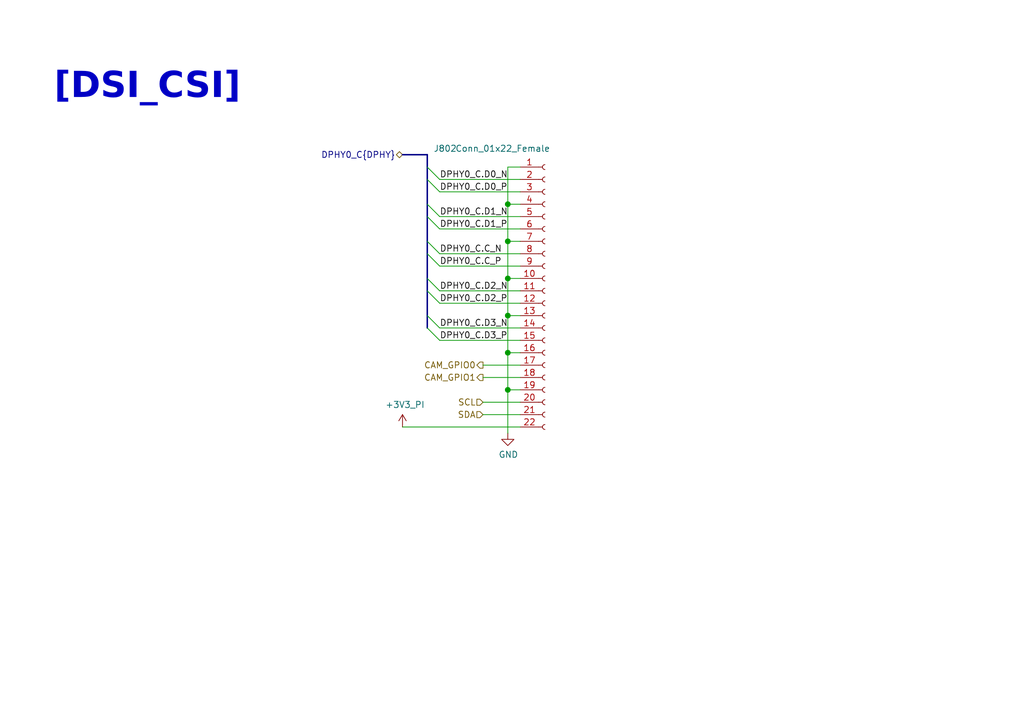
<source format=kicad_sch>
(kicad_sch (version 20231120) (generator "eeschema") (generator_version "8.0")
  (paper "A5")
  (title_block (title "CM5 MINIMA") (date "2024-12-17") (rev "1") (company "Pierluigi Colangeli"))
  (lib_symbols
    (symbol "Connector:Conn_01x22_Socket" (pin_names (offset 1.016) hide)
      (property "Reference" "J" (at 0 27.94 0))
      (property "Value" "Conn_01x22_Socket" (at 0 -30.48 0))
      (symbol "Conn_01x22_Socket_1_1"
        (arc (start 0 -27.432) (mid -0.5058 -27.94) (end 0 -28.448) (stroke (width 0.1524)))
        (arc (start 0 -24.892) (mid -0.5058 -25.4) (end 0 -25.908) (stroke (width 0.1524)))
        (arc (start 0 -22.352) (mid -0.5058 -22.86) (end 0 -23.368) (stroke (width 0.1524)))
        (arc (start 0 -19.812) (mid -0.5058 -20.32) (end 0 -20.828) (stroke (width 0.1524)))
        (arc (start 0 -17.272) (mid -0.5058 -17.78) (end 0 -18.288) (stroke (width 0.1524)))
        (arc (start 0 -14.732) (mid -0.5058 -15.24) (end 0 -15.748) (stroke (width 0.1524)))
        (arc (start 0 -12.192) (mid -0.5058 -12.7) (end 0 -13.208) (stroke (width 0.1524)))
        (arc (start 0 -9.652) (mid -0.5058 -10.16) (end 0 -10.668) (stroke (width 0.1524)))
        (arc (start 0 -7.112) (mid -0.5058 -7.62) (end 0 -8.128) (stroke (width 0.1524)))
        (arc (start 0 -4.572) (mid -0.5058 -5.08) (end 0 -5.588) (stroke (width 0.1524)))
        (arc (start 0 -2.032) (mid -0.5058 -2.54) (end 0 -3.048) (stroke (width 0.1524)))
        (polyline (pts (xy -1.27 -27.94) (xy -0.508 -27.94)) (stroke (width 0.1524)))
        (polyline (pts (xy -1.27 -25.4) (xy -0.508 -25.4)) (stroke (width 0.1524)))
        (polyline (pts (xy -1.27 -22.86) (xy -0.508 -22.86)) (stroke (width 0.1524)))
        (polyline (pts (xy -1.27 -20.32) (xy -0.508 -20.32)) (stroke (width 0.1524)))
        (polyline (pts (xy -1.27 -17.78) (xy -0.508 -17.78)) (stroke (width 0.1524)))
        (polyline (pts (xy -1.27 -15.24) (xy -0.508 -15.24)) (stroke (width 0.1524)))
        (polyline (pts (xy -1.27 -12.7) (xy -0.508 -12.7)) (stroke (width 0.1524)))
        (polyline (pts (xy -1.27 -10.16) (xy -0.508 -10.16)) (stroke (width 0.1524)))
        (polyline (pts (xy -1.27 -7.62) (xy -0.508 -7.62)) (stroke (width 0.1524)))
        (polyline (pts (xy -1.27 -5.08) (xy -0.508 -5.08)) (stroke (width 0.1524)))
        (polyline (pts (xy -1.27 -2.54) (xy -0.508 -2.54)) (stroke (width 0.1524)))
        (polyline (pts (xy -1.27 0) (xy -0.508 0)) (stroke (width 0.1524)))
        (polyline (pts (xy -1.27 2.54) (xy -0.508 2.54)) (stroke (width 0.1524)))
        (polyline (pts (xy -1.27 5.08) (xy -0.508 5.08)) (stroke (width 0.1524)))
        (polyline (pts (xy -1.27 7.62) (xy -0.508 7.62)) (stroke (width 0.1524)))
        (polyline (pts (xy -1.27 10.16) (xy -0.508 10.16)) (stroke (width 0.1524)))
        (polyline (pts (xy -1.27 12.7) (xy -0.508 12.7)) (stroke (width 0.1524)))
        (polyline (pts (xy -1.27 15.24) (xy -0.508 15.24)) (stroke (width 0.1524)))
        (polyline (pts (xy -1.27 17.78) (xy -0.508 17.78)) (stroke (width 0.1524)))
        (polyline (pts (xy -1.27 20.32) (xy -0.508 20.32)) (stroke (width 0.1524)))
        (polyline (pts (xy -1.27 22.86) (xy -0.508 22.86)) (stroke (width 0.1524)))
        (polyline (pts (xy -1.27 25.4) (xy -0.508 25.4)) (stroke (width 0.1524)))
        (arc (start 0 0.508) (mid -0.5058 0) (end 0 -0.508) (stroke (width 0.1524)))
        (arc (start 0 3.048) (mid -0.5058 2.54) (end 0 2.032) (stroke (width 0.1524)))
        (arc (start 0 5.588) (mid -0.5058 5.08) (end 0 4.572) (stroke (width 0.1524)))
        (arc (start 0 8.128) (mid -0.5058 7.62) (end 0 7.112) (stroke (width 0.1524)))
        (arc (start 0 10.668) (mid -0.5058 10.16) (end 0 9.652) (stroke (width 0.1524)))
        (arc (start 0 13.208) (mid -0.5058 12.7) (end 0 12.192) (stroke (width 0.1524)))
        (arc (start 0 15.748) (mid -0.5058 15.24) (end 0 14.732) (stroke (width 0.1524)))
        (arc (start 0 18.288) (mid -0.5058 17.78) (end 0 17.272) (stroke (width 0.1524)))
        (arc (start 0 20.828) (mid -0.5058 20.32) (end 0 19.812) (stroke (width 0.1524)))
        (arc (start 0 23.368) (mid -0.5058 22.86) (end 0 22.352) (stroke (width 0.1524)))
        (arc (start 0 25.908) (mid -0.5058 25.4) (end 0 24.892) (stroke (width 0.1524)))
        (pin passive line (at -5.08 25.4 0) (length 3.81) (name "Pin_1") (number "1"))
        (pin passive line (at -5.08 2.54 0) (length 3.81) (name "Pin_10") (number "10"))
        (pin passive line (at -5.08 0 0) (length 3.81) (name "Pin_11") (number "11"))
        (pin passive line (at -5.08 -2.54 0) (length 3.81) (name "Pin_12") (number "12"))
        (pin passive line (at -5.08 -5.08 0) (length 3.81) (name "Pin_13") (number "13"))
        (pin passive line (at -5.08 -7.62 0) (length 3.81) (name "Pin_14") (number "14"))
        (pin passive line (at -5.08 -10.16 0) (length 3.81) (name "Pin_15") (number "15"))
        (pin passive line (at -5.08 -12.7 0) (length 3.81) (name "Pin_16") (number "16"))
        (pin passive line (at -5.08 -15.24 0) (length 3.81) (name "Pin_17") (number "17"))
        (pin passive line (at -5.08 -17.78 0) (length 3.81) (name "Pin_18") (number "18"))
        (pin passive line (at -5.08 -20.32 0) (length 3.81) (name "Pin_19") (number "19"))
        (pin passive line (at -5.08 22.86 0) (length 3.81) (name "Pin_2") (number "2"))
        (pin passive line (at -5.08 -22.86 0) (length 3.81) (name "Pin_20") (number "20"))
        (pin passive line (at -5.08 -25.4 0) (length 3.81) (name "Pin_21") (number "21"))
        (pin passive line (at -5.08 -27.94 0) (length 3.81) (name "Pin_22") (number "22"))
        (pin passive line (at -5.08 20.32 0) (length 3.81) (name "Pin_3") (number "3"))
        (pin passive line (at -5.08 17.78 0) (length 3.81) (name "Pin_4") (number "4"))
        (pin passive line (at -5.08 15.24 0) (length 3.81) (name "Pin_5") (number "5"))
        (pin passive line (at -5.08 12.7 0) (length 3.81) (name "Pin_6") (number "6"))
        (pin passive line (at -5.08 10.16 0) (length 3.81) (name "Pin_7") (number "7"))
        (pin passive line (at -5.08 7.62 0) (length 3.81) (name "Pin_8") (number "8"))
        (pin passive line (at -5.08 5.08 0) (length 3.81) (name "Pin_9") (number "9"))
      )
    )
    (symbol "power:+3V3" (power) (pin_numbers hide) (pin_names (offset 0) hide)
      (property "Value" "+3V3" (at 0 3.556 0))
      (symbol "+3V3_0_1"
        (polyline (pts (xy -0.762 1.27) (xy 0 2.54)))
        (polyline (pts (xy 0 0) (xy 0 2.54)))
        (polyline (pts (xy 0 2.54) (xy 0.762 1.27)))
      )
      (symbol "+3V3_1_1"
        (pin power_in line (at 0 0 90) (length 0) (name "~") (number "1"))
      )
    )
    (symbol "power:GND" (power) (pin_numbers hide) (pin_names (offset 0) hide)
      (property "Value" "GND" (at 0 -3.81 0))
      (symbol "GND_0_1"
        (polyline (pts (xy 0 0) (xy 0 -1.27) (xy 1.27 -1.27) (xy 0 -2.54) (xy -1.27 -1.27) (xy 0 -1.27)))
      )
      (symbol "GND_1_1"
        (pin power_in line (at 0 0 270) (length 0) (name "~") (number "1"))
      )
    )
  )
  (junction (at 104.14 64.77) (diameter 1.016))
  (junction (at 104.14 49.53) (diameter 1.016))
  (junction (at 104.14 72.39) (diameter 1.016))
  (junction (at 104.14 41.91) (diameter 1.016))
  (junction (at 104.14 57.15) (diameter 1.016))
  (junction (at 104.14 80.01) (diameter 1.016))
  (bus_entry (at 87.63 57.15) (size 2.54 2.54))
  (bus_entry (at 87.63 36.83) (size 2.54 2.54))
  (bus_entry (at 87.63 41.91) (size 2.54 2.54))
  (bus_entry (at 87.63 67.31) (size 2.54 2.54))
  (bus_entry (at 87.63 64.77) (size 2.54 2.54))
  (bus_entry (at 87.63 52.07) (size 2.54 2.54))
  (bus_entry (at 87.63 44.45) (size 2.54 2.54))
  (bus_entry (at 87.63 59.69) (size 2.54 2.54))
  (bus_entry (at 87.63 49.53) (size 2.54 2.54))
  (bus_entry (at 87.63 34.29) (size 2.54 2.54))
  (wire (pts (xy 104.14 49.53) (xy 104.14 57.15)))
  (wire (pts (xy 90.17 46.99) (xy 106.68 46.99)))
  (wire (pts (xy 90.17 39.37) (xy 106.68 39.37)))
  (bus (pts (xy 87.63 41.91) (xy 87.63 36.83)))
  (wire (pts (xy 104.14 57.15) (xy 104.14 64.77)))
  (bus (pts (xy 82.55 31.75) (xy 87.63 31.75)))
  (wire (pts (xy 99.06 74.93) (xy 106.68 74.93)))
  (bus (pts (xy 87.63 36.83) (xy 87.63 34.29)))
  (bus (pts (xy 87.63 52.07) (xy 87.63 49.53)))
  (wire (pts (xy 104.14 72.39) (xy 104.14 80.01)))
  (bus (pts (xy 87.63 34.29) (xy 87.63 31.75)))
  (wire (pts (xy 99.06 77.47) (xy 106.68 77.47)))
  (wire (pts (xy 104.14 41.91) (xy 106.68 41.91)))
  (wire (pts (xy 104.14 64.77) (xy 104.14 72.39)))
  (wire (pts (xy 90.17 54.61) (xy 106.68 54.61)))
  (bus (pts (xy 87.63 59.69) (xy 87.63 57.15)))
  (wire (pts (xy 90.17 52.07) (xy 106.68 52.07)))
  (wire (pts (xy 106.68 87.63) (xy 82.55 87.63)))
  (wire (pts (xy 90.17 67.31) (xy 106.68 67.31)))
  (wire (pts (xy 104.14 57.15) (xy 106.68 57.15)))
  (wire (pts (xy 104.14 34.29) (xy 104.14 41.91)))
  (bus (pts (xy 87.63 44.45) (xy 87.63 41.91)))
  (bus (pts (xy 87.63 57.15) (xy 87.63 52.07)))
  (bus (pts (xy 87.63 67.31) (xy 87.63 64.77)))
  (wire (pts (xy 90.17 69.85) (xy 106.68 69.85)))
  (wire (pts (xy 104.14 80.01) (xy 106.68 80.01)))
  (wire (pts (xy 90.17 59.69) (xy 106.68 59.69)))
  (bus (pts (xy 87.63 49.53) (xy 87.63 44.45)))
  (wire (pts (xy 106.68 82.55) (xy 99.06 82.55)))
  (wire (pts (xy 104.14 64.77) (xy 106.68 64.77)))
  (wire (pts (xy 104.14 80.01) (xy 104.14 88.9)))
  (wire (pts (xy 104.14 72.39) (xy 106.68 72.39)))
  (wire (pts (xy 90.17 62.23) (xy 106.68 62.23)))
  (wire (pts (xy 90.17 36.83) (xy 106.68 36.83)))
  (wire (pts (xy 106.68 34.29) (xy 104.14 34.29)))
  (bus (pts (xy 87.63 64.77) (xy 87.63 59.69)))
  (wire (pts (xy 90.17 44.45) (xy 106.68 44.45)))
  (wire (pts (xy 104.14 49.53) (xy 106.68 49.53)))
  (wire (pts (xy 106.68 85.09) (xy 99.06 85.09)))
  (wire (pts (xy 104.14 41.91) (xy 104.14 49.53)))
  (text "[DSI_CSI]" (at 30.226 19.304 0) (effects (font (size 5.27 5.27) (bold yes))))
  (label "DPHY0_C.D1_N" (at 90.17 44.45 0))
  (label "DPHY0_C.D0_P" (at 90.17 39.37 0))
  (label "DPHY0_C.C_P" (at 90.17 54.61 0))
  (label "DPHY0_C.D3_N" (at 90.17 67.31 0))
  (label "DPHY0_C.D1_P" (at 90.17 46.99 0))
  (label "DPHY0_C.D2_P" (at 90.17 62.23 0))
  (label "DPHY0_C.C_N" (at 90.17 52.07 0))
  (label "DPHY0_C.D0_N" (at 90.17 36.83 0))
  (label "DPHY0_C.D3_P" (at 90.17 69.85 0))
  (label "DPHY0_C.D2_N" (at 90.17 59.69 0))
  (hierarchical_label "SDA" (shape input) (at 99.06 85.09 180))
  (hierarchical_label "CAM_GPIO1" (shape output) (at 99.06 77.47 180))
  (hierarchical_label "CAM_GPIO0" (shape output) (at 99.06 74.93 180))
  (hierarchical_label "SCL" (shape input) (at 99.06 82.55 180))
  (hierarchical_label "DPHY0_C{DPHY}" (shape bidirectional) (at 82.55 31.75 180))
  (symbol (lib_id "power:+3V3") (at 82.55 87.63 0) (unit 1)
    (property "Reference" "#PWR0801" (effects (hide yes)))
    (property "Value" "+3V3_PI" (at 78.994 83.058 0) (effects (justify left)))
    (property "Description" "Power symbol creates a global label with name \"+3V3\"" (effects (hide yes)))
  )
  (symbol (lib_id "power:GND") (at 104.14 88.9 0) (unit 1)
    (property "Reference" "#PWR0802" (effects (hide yes)))
    (property "Value" "GND" (at 104.267 93.2942 0))
    (property "Description" "Power symbol creates a global label with name \"GND\" , ground" (effects (hide yes)))
  )
  (symbol (lib_id "Connector:Conn_01x22_Socket") (at 111.76 59.69 0) (unit 1)
    (property "Reference" "J802" (at 88.9 30.48 0) (effects (justify left)))
    (property "Value" "Conn_01x22_Female" (at 93.345 30.48 0) (effects (justify left)))
    (property "Footprint" "CM5IO:Hirose_FH12-22S-0.5SH_1x22-1MP_P0.50mm_Horizontal" (effects (hide yes)))
    (property "Datasheet" "https://www.hirose.com/product/document?clcode=&productname=&series=FH12&documenttype=Catalog&lang=en&documentid=D31648_en" (effects (hide yes)))
    (property "Field4" "Mouser" (effects (hide yes)))
    (property "Field5" "798-FH12-22S-0.5SH55" (effects (hide yes)))
    (property "Field6" "FH12-22S-0.5SH55" (effects (hide yes)))
    (property "Field7" "Hirose" (effects (hide yes)))
    (property "Part Description" "22 Position FFC, FPC Connector Contacts, Bottom 0.020\" (0.50mm) Surface Mount, Right Angle" (effects (hide yes)))
  )
)
</source>
